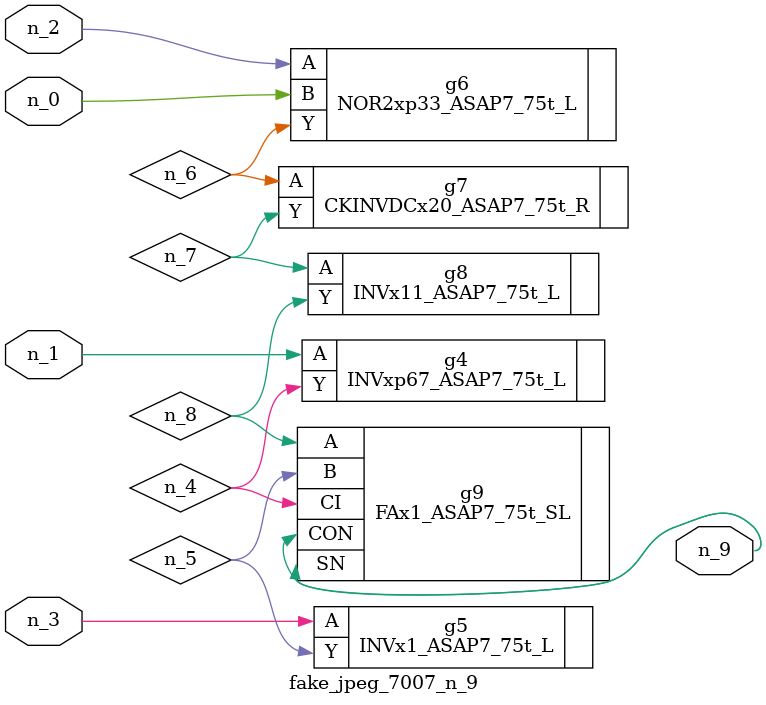
<source format=v>
module fake_jpeg_7007_n_9 (n_0, n_3, n_2, n_1, n_9);

input n_0;
input n_3;
input n_2;
input n_1;

output n_9;

wire n_4;
wire n_8;
wire n_6;
wire n_5;
wire n_7;

INVxp67_ASAP7_75t_L g4 ( 
.A(n_1),
.Y(n_4)
);

INVx1_ASAP7_75t_L g5 ( 
.A(n_3),
.Y(n_5)
);

NOR2xp33_ASAP7_75t_L g6 ( 
.A(n_2),
.B(n_0),
.Y(n_6)
);

CKINVDCx20_ASAP7_75t_R g7 ( 
.A(n_6),
.Y(n_7)
);

INVx11_ASAP7_75t_L g8 ( 
.A(n_7),
.Y(n_8)
);

FAx1_ASAP7_75t_SL g9 ( 
.A(n_8),
.B(n_5),
.CI(n_4),
.CON(n_9),
.SN(n_9)
);


endmodule
</source>
